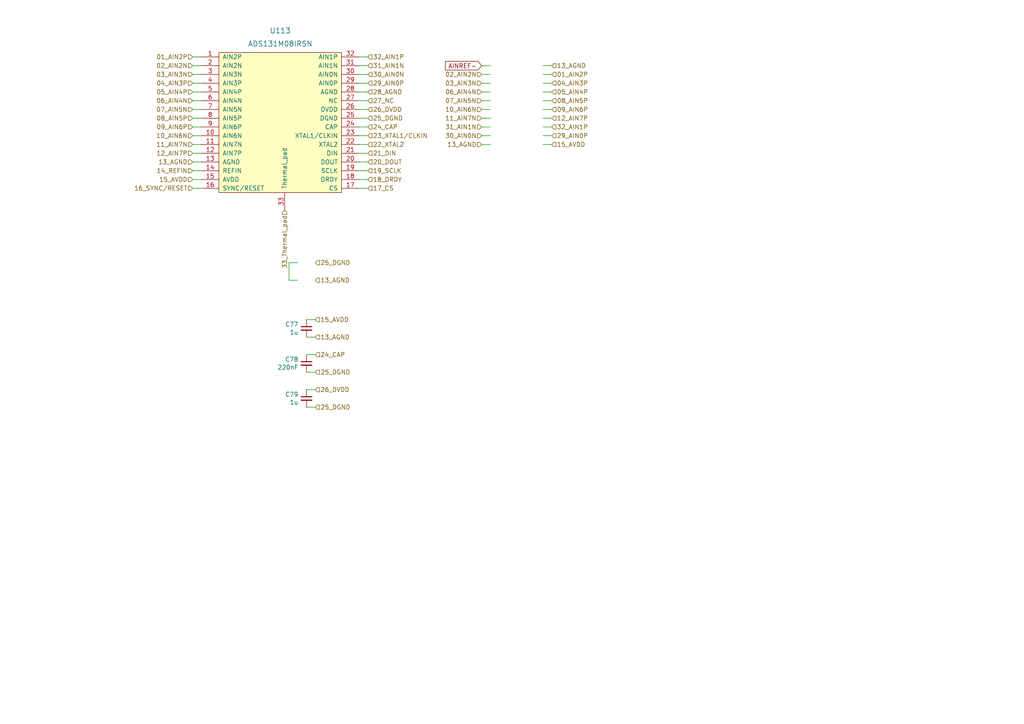
<source format=kicad_sch>
(kicad_sch (version 20210621) (generator eeschema)
  (paper "A4")
  (lib_symbols
    (symbol "FreeEEG32-ads131-rescue:C_Small-Device" (pin_numbers hide) (pin_names (offset 0.254) hide)
      (property "Reference" "C" (at 0.254 1.778 0))
      (property "Value" "C_Small-Device" (at 0.254 -2.032 0))
      (symbol "C_Small-Device_0_1"
        (polyline (pts (xy -1.524 -0.508) (xy 1.524 -0.508)) (stroke (width 0.3302)))
        (polyline (pts (xy -1.524 0.508) (xy 1.524 0.508)) (stroke (width 0.3048)))
      )
      (symbol "C_Small-Device_1_1"
        (pin passive line (at 0 2.54 270) (length 2.032) (name "~") (number "1"))
        (pin passive line (at 0 -2.54 90) (length 2.032) (name "~") (number "2"))
      )
    )
    (symbol "ads131:ADS131M08IPBS" (pin_names (offset 1.016))
      (property "Reference" "U?" (at -1.27 44.45 0))
      (property "Value" "ADS131M08IPBS" (at -1.27 40.64 0))
      (symbol "ADS131M08IPBS_0_1"
        (rectangle (start -19.05 39.37) (end 16.51 -1.27) (fill (type background)))
      )
      (symbol "ADS131M08IPBS_1_1"
        (pin input line (at -24.13 38.1 0) (length 5.08) (name "AIN2P") (number "1"))
        (pin input line (at -24.13 15.24 0) (length 5.08) (name "AIN6N") (number "10"))
        (pin input line (at -24.13 12.7 0) (length 5.08) (name "AIN7N") (number "11"))
        (pin input line (at -24.13 10.16 0) (length 5.08) (name "AIN7P") (number "12"))
        (pin input line (at -24.13 7.62 0) (length 5.08) (name "AGND") (number "13"))
        (pin input line (at -24.13 5.08 0) (length 5.08) (name "REFIN") (number "14"))
        (pin input line (at -24.13 2.54 0) (length 5.08) (name "AVDD") (number "15"))
        (pin input line (at -24.13 0 0) (length 5.08) (name "SYNC/RESET") (number "16"))
        (pin input line (at 21.59 0 180) (length 5.08) (name "CS") (number "17"))
        (pin input line (at 21.59 2.54 180) (length 5.08) (name "DRDY") (number "18"))
        (pin input line (at 21.59 5.08 180) (length 5.08) (name "SCLK") (number "19"))
        (pin input line (at -24.13 35.56 0) (length 5.08) (name "AIN2N") (number "2"))
        (pin input line (at 21.59 7.62 180) (length 5.08) (name "DOUT") (number "20"))
        (pin input line (at 21.59 10.16 180) (length 5.08) (name "DIN") (number "21"))
        (pin input line (at 21.59 12.7 180) (length 5.08) (name "XTAL2") (number "22"))
        (pin input line (at 21.59 15.24 180) (length 5.08) (name "XTAL1/CLKIN") (number "23"))
        (pin input line (at 21.59 17.78 180) (length 5.08) (name "CAP") (number "24"))
        (pin input line (at 21.59 20.32 180) (length 5.08) (name "DGND") (number "25"))
        (pin input line (at 21.59 22.86 180) (length 5.08) (name "DVDD") (number "26"))
        (pin input line (at 21.59 25.4 180) (length 5.08) (name "NC") (number "27"))
        (pin input line (at 21.59 27.94 180) (length 5.08) (name "AGND") (number "28"))
        (pin input line (at 21.59 30.48 180) (length 5.08) (name "AIN0P") (number "29"))
        (pin input line (at -24.13 33.02 0) (length 5.08) (name "AIN3N") (number "3"))
        (pin input line (at 21.59 33.02 180) (length 5.08) (name "AIN0N") (number "30"))
        (pin input line (at 21.59 35.56 180) (length 5.08) (name "AIN1N") (number "31"))
        (pin input line (at 21.59 38.1 180) (length 5.08) (name "AIN1P") (number "32"))
        (pin input line (at 0 -6.35 90) (length 5.08) (name "Thermal_pad") (number "33"))
        (pin input line (at -24.13 30.48 0) (length 5.08) (name "AIN3P") (number "4"))
        (pin input line (at -24.13 27.94 0) (length 5.08) (name "AIN4P") (number "5"))
        (pin input line (at -24.13 25.4 0) (length 5.08) (name "AIN4N") (number "6"))
        (pin input line (at -24.13 22.86 0) (length 5.08) (name "AIN5N") (number "7"))
        (pin input line (at -24.13 20.32 0) (length 5.08) (name "AIN5P") (number "8"))
        (pin input line (at -24.13 17.78 0) (length 5.08) (name "AIN6P") (number "9"))
      )
    )
  )
  (wire (pts (xy 55.88 16.51) (xy 58.42 16.51)))
  (wire (pts (xy 55.88 19.05) (xy 58.42 19.05)))
  (wire (pts (xy 55.88 21.59) (xy 58.42 21.59)))
  (wire (pts (xy 55.88 24.13) (xy 58.42 24.13)))
  (wire (pts (xy 55.88 29.21) (xy 58.42 29.21)))
  (wire (pts (xy 55.88 31.75) (xy 58.42 31.75)))
  (wire (pts (xy 55.88 34.29) (xy 58.42 34.29)))
  (wire (pts (xy 55.88 36.83) (xy 58.42 36.83)))
  (wire (pts (xy 55.88 39.37) (xy 58.42 39.37)))
  (wire (pts (xy 55.88 41.91) (xy 58.42 41.91)))
  (wire (pts (xy 55.88 44.45) (xy 58.42 44.45)))
  (wire (pts (xy 55.88 46.99) (xy 58.42 46.99)))
  (wire (pts (xy 55.88 49.53) (xy 58.42 49.53)))
  (wire (pts (xy 55.88 52.07) (xy 58.42 52.07)))
  (wire (pts (xy 55.88 54.61) (xy 58.42 54.61)))
  (wire (pts (xy 58.42 26.67) (xy 55.88 26.67)))
  (wire (pts (xy 83.82 76.2) (xy 83.82 81.28)))
  (wire (pts (xy 83.82 81.28) (xy 86.36 81.28)))
  (wire (pts (xy 86.36 76.2) (xy 83.82 76.2)))
  (wire (pts (xy 91.44 92.71) (xy 88.9 92.71)))
  (wire (pts (xy 91.44 97.79) (xy 88.9 97.79)))
  (wire (pts (xy 91.44 102.87) (xy 88.9 102.87)))
  (wire (pts (xy 91.44 107.95) (xy 88.9 107.95)))
  (wire (pts (xy 91.44 113.03) (xy 88.9 113.03)))
  (wire (pts (xy 91.44 118.11) (xy 88.9 118.11)))
  (wire (pts (xy 104.14 16.51) (xy 106.68 16.51)))
  (wire (pts (xy 104.14 19.05) (xy 106.68 19.05)))
  (wire (pts (xy 104.14 21.59) (xy 106.68 21.59)))
  (wire (pts (xy 104.14 24.13) (xy 106.68 24.13)))
  (wire (pts (xy 104.14 29.21) (xy 106.68 29.21)))
  (wire (pts (xy 104.14 31.75) (xy 106.68 31.75)))
  (wire (pts (xy 104.14 34.29) (xy 106.68 34.29)))
  (wire (pts (xy 104.14 36.83) (xy 106.68 36.83)))
  (wire (pts (xy 104.14 39.37) (xy 106.68 39.37)))
  (wire (pts (xy 104.14 41.91) (xy 106.68 41.91)))
  (wire (pts (xy 104.14 44.45) (xy 106.68 44.45)))
  (wire (pts (xy 104.14 46.99) (xy 106.68 46.99)))
  (wire (pts (xy 104.14 49.53) (xy 106.68 49.53)))
  (wire (pts (xy 104.14 52.07) (xy 106.68 52.07)))
  (wire (pts (xy 104.14 54.61) (xy 106.68 54.61)))
  (wire (pts (xy 106.68 26.67) (xy 104.14 26.67)))
  (wire (pts (xy 139.7 21.59) (xy 142.24 21.59)))
  (wire (pts (xy 139.7 24.13) (xy 142.24 24.13)))
  (wire (pts (xy 139.7 26.67) (xy 142.24 26.67)))
  (wire (pts (xy 139.7 29.21) (xy 142.24 29.21)))
  (wire (pts (xy 139.7 31.75) (xy 142.24 31.75)))
  (wire (pts (xy 139.7 34.29) (xy 142.24 34.29)))
  (wire (pts (xy 139.7 36.83) (xy 142.24 36.83)))
  (wire (pts (xy 139.7 39.37) (xy 142.24 39.37)))
  (wire (pts (xy 142.24 19.05) (xy 139.7 19.05)))
  (wire (pts (xy 142.24 41.91) (xy 139.7 41.91)))
  (wire (pts (xy 160.02 19.05) (xy 157.48 19.05)))
  (wire (pts (xy 160.02 21.59) (xy 157.48 21.59)))
  (wire (pts (xy 160.02 24.13) (xy 157.48 24.13)))
  (wire (pts (xy 160.02 26.67) (xy 157.48 26.67)))
  (wire (pts (xy 160.02 29.21) (xy 157.48 29.21)))
  (wire (pts (xy 160.02 31.75) (xy 157.48 31.75)))
  (wire (pts (xy 160.02 34.29) (xy 157.48 34.29)))
  (wire (pts (xy 160.02 36.83) (xy 157.48 36.83)))
  (wire (pts (xy 160.02 39.37) (xy 157.48 39.37)))
  (wire (pts (xy 160.02 41.91) (xy 157.48 41.91)))
  (global_label "AINREF-" (shape input) (at 139.7 19.05 180) (property "Intersheet References" "${INTERSHEET_REFS}" (effects hide)))
  (hierarchical_label "01_AIN2P" (shape input) (at 55.88 16.51 180))
  (hierarchical_label "02_AIN2N" (shape input) (at 55.88 19.05 180))
  (hierarchical_label "03_AIN3N" (shape input) (at 55.88 21.59 180))
  (hierarchical_label "04_AIN3P" (shape input) (at 55.88 24.13 180))
  (hierarchical_label "05_AIN4P" (shape input) (at 55.88 26.67 180))
  (hierarchical_label "06_AIN4N" (shape input) (at 55.88 29.21 180))
  (hierarchical_label "07_AIN5N" (shape input) (at 55.88 31.75 180))
  (hierarchical_label "08_AIN5P" (shape input) (at 55.88 34.29 180))
  (hierarchical_label "09_AIN6P" (shape input) (at 55.88 36.83 180))
  (hierarchical_label "10_AIN6N" (shape input) (at 55.88 39.37 180))
  (hierarchical_label "11_AIN7N" (shape input) (at 55.88 41.91 180))
  (hierarchical_label "12_AIN7P" (shape input) (at 55.88 44.45 180))
  (hierarchical_label "13_AGND" (shape input) (at 55.88 46.99 180))
  (hierarchical_label "14_REFIN" (shape input) (at 55.88 49.53 180))
  (hierarchical_label "15_AVDD" (shape input) (at 55.88 52.07 180))
  (hierarchical_label "16_SYNC{slash}RESET" (shape input) (at 55.88 54.61 180))
  (hierarchical_label "33_Thermal_pad" (shape input) (at 82.55 60.96 270))
  (hierarchical_label "25_DGND" (shape input) (at 91.44 76.2 0))
  (hierarchical_label "13_AGND" (shape input) (at 91.44 81.28 0))
  (hierarchical_label "15_AVDD" (shape input) (at 91.44 92.71 0))
  (hierarchical_label "13_AGND" (shape input) (at 91.44 97.79 0))
  (hierarchical_label "24_CAP" (shape input) (at 91.44 102.87 0))
  (hierarchical_label "25_DGND" (shape input) (at 91.44 107.95 0))
  (hierarchical_label "26_DVDD" (shape input) (at 91.44 113.03 0))
  (hierarchical_label "25_DGND" (shape input) (at 91.44 118.11 0))
  (hierarchical_label "32_AIN1P" (shape input) (at 106.68 16.51 0))
  (hierarchical_label "31_AIN1N" (shape input) (at 106.68 19.05 0))
  (hierarchical_label "30_AIN0N" (shape input) (at 106.68 21.59 0))
  (hierarchical_label "29_AIN0P" (shape input) (at 106.68 24.13 0))
  (hierarchical_label "28_AGND" (shape input) (at 106.68 26.67 0))
  (hierarchical_label "27_NC" (shape input) (at 106.68 29.21 0))
  (hierarchical_label "26_DVDD" (shape input) (at 106.68 31.75 0))
  (hierarchical_label "25_DGND" (shape input) (at 106.68 34.29 0))
  (hierarchical_label "24_CAP" (shape input) (at 106.68 36.83 0))
  (hierarchical_label "23_XTAL1{slash}CLKIN" (shape input) (at 106.68 39.37 0))
  (hierarchical_label "22_XTAL2" (shape input) (at 106.68 41.91 0))
  (hierarchical_label "21_DIN" (shape input) (at 106.68 44.45 0))
  (hierarchical_label "20_DOUT" (shape input) (at 106.68 46.99 0))
  (hierarchical_label "19_SCLK" (shape input) (at 106.68 49.53 0))
  (hierarchical_label "18_DRDY" (shape input) (at 106.68 52.07 0))
  (hierarchical_label "17_CS" (shape input) (at 106.68 54.61 0))
  (hierarchical_label "02_AIN2N" (shape input) (at 139.7 21.59 180))
  (hierarchical_label "03_AIN3N" (shape input) (at 139.7 24.13 180))
  (hierarchical_label "06_AIN4N" (shape input) (at 139.7 26.67 180))
  (hierarchical_label "07_AIN5N" (shape input) (at 139.7 29.21 180))
  (hierarchical_label "10_AIN6N" (shape input) (at 139.7 31.75 180))
  (hierarchical_label "11_AIN7N" (shape input) (at 139.7 34.29 180))
  (hierarchical_label "31_AIN1N" (shape input) (at 139.7 36.83 180))
  (hierarchical_label "30_AIN0N" (shape input) (at 139.7 39.37 180))
  (hierarchical_label "13_AGND" (shape input) (at 139.7 41.91 180))
  (hierarchical_label "13_AGND" (shape input) (at 160.02 19.05 0))
  (hierarchical_label "01_AIN2P" (shape input) (at 160.02 21.59 0))
  (hierarchical_label "04_AIN3P" (shape input) (at 160.02 24.13 0))
  (hierarchical_label "05_AIN4P" (shape input) (at 160.02 26.67 0))
  (hierarchical_label "08_AIN5P" (shape input) (at 160.02 29.21 0))
  (hierarchical_label "09_AIN6P" (shape input) (at 160.02 31.75 0))
  (hierarchical_label "12_AIN7P" (shape input) (at 160.02 34.29 0))
  (hierarchical_label "32_AIN1P" (shape input) (at 160.02 36.83 0))
  (hierarchical_label "29_AIN0P" (shape input) (at 160.02 39.37 0))
  (hierarchical_label "15_AVDD" (shape input) (at 160.02 41.91 0))
  (symbol (lib_id "FreeEEG32-ads131-rescue:C_Small-Device") (at 88.9 95.25 0) (mirror y) (unit 1)
    (property "Reference" "C77" (at 86.5632 94.0816 0) (effects (justify left)))
    (property "Value" "1u" (at 86.5632 96.393 0) (effects (justify left)))
    (property "Footprint" "Capacitor_SMD:C_0402_1005Metric" (effects hide))
    (property "Datasheet" "C0G" (effects hide))
    (property "MNP" "CL05A105KO5NNNC" (effects hide))
  )
  (symbol (lib_id "FreeEEG32-ads131-rescue:C_Small-Device") (at 88.9 105.41 0) (mirror y) (unit 1)
    (property "Reference" "C78" (at 86.5632 104.2416 0) (effects (justify left)))
    (property "Value" "220nF" (at 86.5632 106.553 0) (effects (justify left)))
    (property "Footprint" "Capacitor_SMD:C_0402_1005Metric" (effects hide))
    (property "Datasheet" "X7R, not Y5V" (effects hide))
    (property "MNP" "CL05A105KO5NNNC" (effects hide))
  )
  (symbol (lib_id "FreeEEG32-ads131-rescue:C_Small-Device") (at 88.9 115.57 0) (mirror y) (unit 1)
    (property "Reference" "C79" (at 86.5632 114.4016 0) (effects (justify left)))
    (property "Value" "1u" (at 86.5632 116.713 0) (effects (justify left)))
    (property "Footprint" "Capacitor_SMD:C_0402_1005Metric" (effects hide))
    (property "Datasheet" "X7R, not Y5V" (effects hide))
    (property "MNP" "CL05A105KO5NNNC" (effects hide))
  )
  (symbol (lib_id "ads131:ADS131M08IPBS") (at 82.55 54.61 0) (unit 1)
    (property "Reference" "U113" (at 81.28 8.89 0) (effects (font (size 1.524 1.524))))
    (property "Value" "ADS131M08IRSN" (at 81.28 12.7 0) (effects (font (size 1.524 1.524))))
    (property "Footprint" "Package_QFP:LQFP-32_5x5mm_P0.5mm" (effects hide))
    (property "MNP" "AD7771BCPZ" (effects hide))
    (property "Manufacturer" "Analog Devices" (effects hide))
  )
)
</source>
